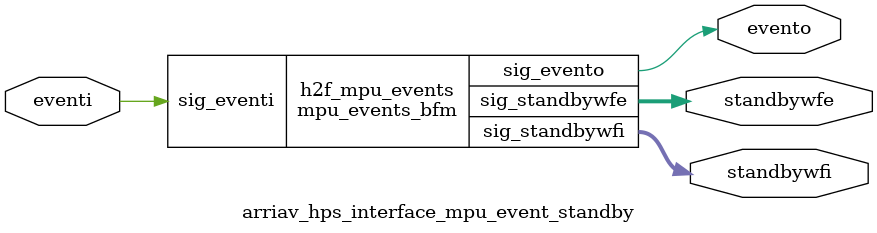
<source format=sv>


module mpu_events_bfm
(
   sig_eventi,
   sig_evento,
   sig_standbywfe,
   sig_standbywfi
);

   //--------------------------------------------------------------------------
   // =head1 PINS 
   // =head2 User defined interface
   //--------------------------------------------------------------------------
   input sig_eventi;
   output sig_evento;
   output [1 : 0] sig_standbywfe;
   output [1 : 0] sig_standbywfi;

   // synthesis translate_off
   import verbosity_pkg::*;
   
   typedef logic ROLE_eventi_t;
   typedef logic ROLE_evento_t;
   typedef logic [1 : 0] ROLE_standbywfe_t;
   typedef logic [1 : 0] ROLE_standbywfi_t;

   logic [0 : 0] eventi_in;
   logic [0 : 0] eventi_local;
   reg evento_temp;
   reg evento_out;
   reg [1 : 0] standbywfe_temp;
   reg [1 : 0] standbywfe_out;
   reg [1 : 0] standbywfi_temp;
   reg [1 : 0] standbywfi_out;

   //--------------------------------------------------------------------------
   // =head1 Public Methods API
   // =pod
   // This section describes the public methods in the application programming
   // interface (API). The application program interface provides methods for 
   // a testbench which instantiates, controls and queries state in this BFM 
   // component. Test programs must only use these public access methods and 
   // events to communicate with this BFM component. The API and module pins
   // are the only interfaces of this component that are guaranteed to be
   // stable. The API will be maintained for the life of the product. 
   // While we cannot prevent a test program from directly accessing internal
   // tasks, functions, or data private to the BFM, there is no guarantee that
   // these will be present in the future. In fact, it is best for the user
   // to assume that the underlying implementation of this component can 
   // and will change.
   // =cut
   //--------------------------------------------------------------------------
   
   event signal_input_eventi_change;
   
   function automatic string get_version();  // public
      // Return BFM version string. For example, version 9.1 sp1 is "9.1sp1" 
      string ret_version = "12.1";
      return ret_version;
   endfunction

   // -------------------------------------------------------
   // eventi
   // -------------------------------------------------------
   function automatic ROLE_eventi_t get_eventi();
   
      // Gets the eventi input value.
      $sformat(message, "%m: called get_eventi");
      print(VERBOSITY_DEBUG, message);
      return eventi_in;
      
   endfunction

   // -------------------------------------------------------
   // evento
   // -------------------------------------------------------

   function automatic void set_evento (
      ROLE_evento_t new_value
   );
      // Drive the new value to evento.
      
      $sformat(message, "%m: method called arg0 %0d", new_value); 
      print(VERBOSITY_DEBUG, message);
      
      evento_temp = new_value;
   endfunction

   // -------------------------------------------------------
   // standbywfe
   // -------------------------------------------------------

   function automatic void set_standbywfe (
      ROLE_standbywfe_t new_value
   );
      // Drive the new value to standbywfe.
      
      $sformat(message, "%m: method called arg0 %0d", new_value); 
      print(VERBOSITY_DEBUG, message);
      
      standbywfe_temp = new_value;
   endfunction

   // -------------------------------------------------------
   // standbywfi
   // -------------------------------------------------------

   function automatic void set_standbywfi (
      ROLE_standbywfi_t new_value
   );
      // Drive the new value to standbywfi.
      
      $sformat(message, "%m: method called arg0 %0d", new_value); 
      print(VERBOSITY_DEBUG, message);
      
      standbywfi_temp = new_value;
   endfunction

   assign eventi_in = sig_eventi;
   assign sig_evento = evento_temp;
   assign sig_standbywfe = standbywfe_temp;
   assign sig_standbywfi = standbywfi_temp;


   always @(eventi_in) begin
      if (eventi_local != eventi_in)
         -> signal_input_eventi_change;
      eventi_local = eventi_in;
   end
   


// synthesis translate_on

endmodule

module cyclonev_hps_interface_mpu_event_standby (
	input wire			eventi,
	output wire			evento,
	output wire [1:0]	standbywfe,
	output wire [1:0] standbywfi
);

	mpu_events_bfm h2f_mpu_events (
		.sig_eventi(eventi),
      .sig_standbywfi(standbywfi),
      .sig_evento(evento),
      .sig_standbywfe(standbywfe)
	);

endmodule 

module arriav_hps_interface_mpu_event_standby (
	input wire			eventi,
	output wire			evento,
	output wire [1:0]	standbywfe,
	output wire [1:0] standbywfi
);

	mpu_events_bfm h2f_mpu_events (
		.sig_eventi(eventi),
      .sig_standbywfi(standbywfi),
      .sig_evento(evento),
      .sig_standbywfe(standbywfe)
	);

endmodule 

</source>
